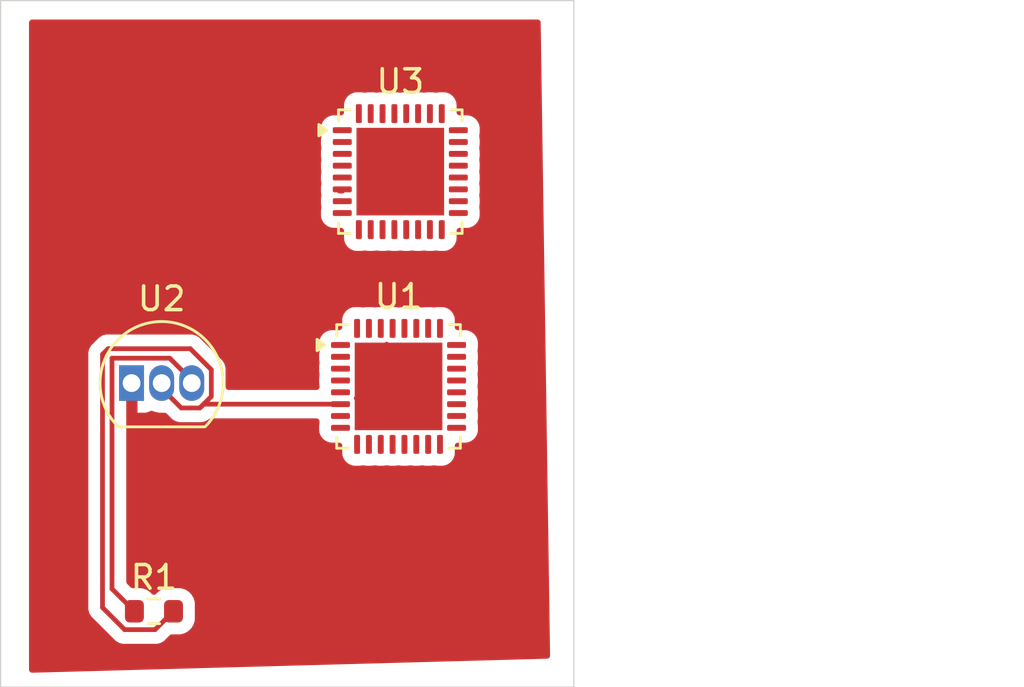
<source format=kicad_pcb>
(kicad_pcb (version 20241229) (generator "pcbnew") (generator_version "9.0")
  (layers (0 "F.Cu" signal) (2 "B.Cu" signal) (13 "F.Paste" user) (15 "B.Paste" user) (5 "F.SilkS" user "F.Silkscreen") (7 "B.SilkS" user "B.Silkscreen") (1 "F.Mask" user) (3 "B.Mask" user) (25 "Edge.Cuts" user))
  (net 0 "")
  (net 16 "Net-(U1-GPIO2)")
  (net 29 "GND")
  (net 34 "+3V3")
  (net 43 "Net-(U3-GPIO8)")
  (net 44 "Net-(U3-GPIO3)")
  (net 46 "Net-(U3-GPIO19)")
  (net 51 "Net-(U3-GPIO9)")
  (net 58 "Net-(U3-GPIO10)")
  (net 62 "Net-(U3-GPIO2)")
  (footprint "Resistor_SMD:R_0603_1608Metric" (layer "F.Cu") (at 71.675 76)
    (property "Reference" "R1" (at 0 -1.43 0) (layer "F.SilkS"))
    (property "Value" "R")
    (fp_line (start -0.237258 -0.5225) (end 0.237258 -0.5225) (stroke (width 0.12)) (layer "F.SilkS"))
    (fp_line (start -0.237258 0.5225) (end 0.237258 0.5225) (stroke (width 0.12)) (layer "F.SilkS"))
    (pad "1" smd roundrect (at -0.825 0) (size 0.8 0.95) (layers "F.Cu" "F.Mask" "F.Paste") (net 34 "+3V3"))
    (pad "2" smd roundrect (at 0.825 0) (size 0.8 0.95) (layers "F.Cu" "F.Mask" "F.Paste") (net 16 "Net-(U1-GPIO2)"))
  )
  (footprint "Package_DFN_QFN:QFN-32-1EP_5x5mm_P0.5mm_EP3.7x3.7mm" (layer "F.Cu") (at 82.075 57.425)
    (property "Reference" "U3" (at 0 -3.8 0) (layer "F.SilkS"))
    (property "Value" "Seeed Studio XIAO ESP32-C3 (logical representation)")
    (fp_line (start -2.61 -2.61) (end -2.135 -2.61) (stroke (width 0.12)) (layer "F.SilkS"))
    (fp_line (start -2.61 -2.135) (end -2.61 -2.61) (stroke (width 0.12)) (layer "F.SilkS"))
    (fp_line (start -2.61 2.61) (end -2.61 2.135) (stroke (width 0.12)) (layer "F.SilkS"))
    (fp_line (start -2.135 2.61) (end -2.61 2.61) (stroke (width 0.12)) (layer "F.SilkS"))
    (fp_line (start 2.135 -2.61) (end 2.61 -2.61) (stroke (width 0.12)) (layer "F.SilkS"))
    (fp_line (start 2.61 -2.61) (end 2.61 -2.135) (stroke (width 0.12)) (layer "F.SilkS"))
    (fp_line (start 2.61 2.135) (end 2.61 2.61) (stroke (width 0.12)) (layer "F.SilkS"))
    (fp_line (start 2.61 2.61) (end 2.135 2.61) (stroke (width 0.12)) (layer "F.SilkS"))
    (fp_poly (pts (xy -3.11 -1.75) (xy -3.44 -1.51) (xy -3.44 -1.99)) (stroke (width 0.12)) (fill yes) (layer "F.SilkS"))
    (pad "1" smd roundrect (at -2.45 -1.75) (size 0.8 0.25) (layers "F.Cu" "F.Mask" "F.Paste"))
    (pad "2" smd roundrect (at -2.45 -1.25) (size 0.8 0.25) (layers "F.Cu" "F.Mask" "F.Paste") (net 34 "+3V3"))
    (pad "3" smd roundrect (at -2.45 -0.75) (size 0.8 0.25) (layers "F.Cu" "F.Mask" "F.Paste") (net 34 "+3V3"))
    (pad "4" smd roundrect (at -2.45 -0.25) (size 0.8 0.25) (layers "F.Cu" "F.Mask" "F.Paste"))
    (pad "5" smd roundrect (at -2.45 0.25) (size 0.8 0.25) (layers "F.Cu" "F.Mask" "F.Paste"))
    (pad "6" smd roundrect (at -2.45 0.75) (size 0.8 0.25) (layers "F.Cu" "F.Mask" "F.Paste") (net 62 "Net-(U3-GPIO2)"))
    (pad "7" smd roundrect (at -2.45 1.25) (size 0.8 0.25) (layers "F.Cu" "F.Mask" "F.Paste"))
    (pad "8" smd roundrect (at -2.45 1.75) (size 0.8 0.25) (layers "F.Cu" "F.Mask" "F.Paste") (net 44 "Net-(U3-GPIO3)"))
    (pad "9" smd roundrect (at -1.75 2.45) (size 0.25 0.8) (layers "F.Cu" "F.Mask" "F.Paste"))
    (pad "10" smd roundrect (at -1.25 2.45) (size 0.25 0.8) (layers "F.Cu" "F.Mask" "F.Paste"))
    (pad "11" smd roundrect (at -0.75 2.45) (size 0.25 0.8) (layers "F.Cu" "F.Mask" "F.Paste"))
    (pad "12" smd roundrect (at -0.25 2.45) (size 0.25 0.8) (layers "F.Cu" "F.Mask" "F.Paste"))
    (pad "13" smd roundrect (at 0.25 2.45) (size 0.25 0.8) (layers "F.Cu" "F.Mask" "F.Paste"))
    (pad "14" smd roundrect (at 0.75 2.45) (size 0.25 0.8) (layers "F.Cu" "F.Mask" "F.Paste") (net 43 "Net-(U3-GPIO8)"))
    (pad "15" smd roundrect (at 1.25 2.45) (size 0.25 0.8) (layers "F.Cu" "F.Mask" "F.Paste") (net 51 "Net-(U3-GPIO9)"))
    (pad "16" smd roundrect (at 1.75 2.45) (size 0.25 0.8) (layers "F.Cu" "F.Mask" "F.Paste") (net 58 "Net-(U3-GPIO10)"))
    (pad "17" smd roundrect (at 2.45 1.75) (size 0.8 0.25) (layers "F.Cu" "F.Mask" "F.Paste"))
    (pad "18" smd roundrect (at 2.45 1.25) (size 0.8 0.25) (layers "F.Cu" "F.Mask" "F.Paste"))
    (pad "19" smd roundrect (at 2.45 0.75) (size 0.8 0.25) (layers "F.Cu" "F.Mask" "F.Paste"))
    (pad "20" smd roundrect (at 2.45 0.25) (size 0.8 0.25) (layers "F.Cu" "F.Mask" "F.Paste"))
    (pad "21" smd roundrect (at 2.45 -0.25) (size 0.8 0.25) (layers "F.Cu" "F.Mask" "F.Paste"))
    (pad "22" smd roundrect (at 2.45 -0.75) (size 0.8 0.25) (layers "F.Cu" "F.Mask" "F.Paste"))
    (pad "23" smd roundrect (at 2.45 -1.25) (size 0.8 0.25) (layers "F.Cu" "F.Mask" "F.Paste"))
    (pad "24" smd roundrect (at 2.45 -1.75) (size 0.8 0.25) (layers "F.Cu" "F.Mask" "F.Paste"))
    (pad "25" smd roundrect (at 1.75 -2.45) (size 0.25 0.8) (layers "F.Cu" "F.Mask" "F.Paste"))
    (pad "26" smd roundrect (at 1.25 -2.45) (size 0.25 0.8) (layers "F.Cu" "F.Mask" "F.Paste") (net 46 "Net-(U3-GPIO19)"))
    (pad "27" smd roundrect (at 0.75 -2.45) (size 0.25 0.8) (layers "F.Cu" "F.Mask" "F.Paste"))
    (pad "28" smd roundrect (at 0.25 -2.45) (size 0.25 0.8) (layers "F.Cu" "F.Mask" "F.Paste"))
    (pad "29" smd roundrect (at -0.25 -2.45) (size 0.25 0.8) (layers "F.Cu" "F.Mask" "F.Paste"))
    (pad "30" smd roundrect (at -0.75 -2.45) (size 0.25 0.8) (layers "F.Cu" "F.Mask" "F.Paste"))
    (pad "31" smd roundrect (at -1.25 -2.45) (size 0.25 0.8) (layers "F.Cu" "F.Mask" "F.Paste"))
    (pad "32" smd roundrect (at -1.75 -2.45) (size 0.25 0.8) (layers "F.Cu" "F.Mask" "F.Paste"))
    (pad "33" smd rect (at 0 0) (size 3.7 3.7) (property pad_prop_heatsink) (layers "F.Cu" "F.Mask") (net 29 "GND"))
  )
  (footprint "Package_DFN_QFN:QFN-32-1EP_5x5mm_P0.5mm_EP3.7x3.7mm" (layer "F.Cu") (at 82 66.5)
    (property "Reference" "U1" (at 0 -3.8 0) (layer "F.SilkS"))
    (property "Value" "ESP32-C3")
    (fp_line (start -2.61 -2.61) (end -2.135 -2.61) (stroke (width 0.12)) (layer "F.SilkS"))
    (fp_line (start -2.61 -2.135) (end -2.61 -2.61) (stroke (width 0.12)) (layer "F.SilkS"))
    (fp_line (start -2.61 2.61) (end -2.61 2.135) (stroke (width 0.12)) (layer "F.SilkS"))
    (fp_line (start -2.135 2.61) (end -2.61 2.61) (stroke (width 0.12)) (layer "F.SilkS"))
    (fp_line (start 2.135 -2.61) (end 2.61 -2.61) (stroke (width 0.12)) (layer "F.SilkS"))
    (fp_line (start 2.61 -2.61) (end 2.61 -2.135) (stroke (width 0.12)) (layer "F.SilkS"))
    (fp_line (start 2.61 2.135) (end 2.61 2.61) (stroke (width 0.12)) (layer "F.SilkS"))
    (fp_line (start 2.61 2.61) (end 2.135 2.61) (stroke (width 0.12)) (layer "F.SilkS"))
    (fp_poly (pts (xy -3.11 -1.75) (xy -3.44 -1.51) (xy -3.44 -1.99)) (stroke (width 0.12)) (fill yes) (layer "F.SilkS"))
    (pad "1" smd roundrect (at -2.45 -1.75) (size 0.8 0.25) (layers "F.Cu" "F.Mask" "F.Paste"))
    (pad "2" smd roundrect (at -2.45 -1.25) (size 0.8 0.25) (layers "F.Cu" "F.Mask" "F.Paste"))
    (pad "3" smd roundrect (at -2.45 -0.75) (size 0.8 0.25) (layers "F.Cu" "F.Mask" "F.Paste"))
    (pad "4" smd roundrect (at -2.45 -0.25) (size 0.8 0.25) (layers "F.Cu" "F.Mask" "F.Paste"))
    (pad "5" smd roundrect (at -2.45 0.25) (size 0.8 0.25) (layers "F.Cu" "F.Mask" "F.Paste"))
    (pad "6" smd roundrect (at -2.45 0.75) (size 0.8 0.25) (layers "F.Cu" "F.Mask" "F.Paste") (net 16 "Net-(U1-GPIO2)"))
    (pad "7" smd roundrect (at -2.45 1.25) (size 0.8 0.25) (layers "F.Cu" "F.Mask" "F.Paste"))
    (pad "8" smd roundrect (at -2.45 1.75) (size 0.8 0.25) (layers "F.Cu" "F.Mask" "F.Paste"))
    (pad "9" smd roundrect (at -1.75 2.45) (size 0.25 0.8) (layers "F.Cu" "F.Mask" "F.Paste"))
    (pad "10" smd roundrect (at -1.25 2.45) (size 0.25 0.8) (layers "F.Cu" "F.Mask" "F.Paste"))
    (pad "11" smd roundrect (at -0.75 2.45) (size 0.25 0.8) (layers "F.Cu" "F.Mask" "F.Paste"))
    (pad "12" smd roundrect (at -0.25 2.45) (size 0.25 0.8) (layers "F.Cu" "F.Mask" "F.Paste"))
    (pad "13" smd roundrect (at 0.25 2.45) (size 0.25 0.8) (layers "F.Cu" "F.Mask" "F.Paste"))
    (pad "14" smd roundrect (at 0.75 2.45) (size 0.25 0.8) (layers "F.Cu" "F.Mask" "F.Paste"))
    (pad "15" smd roundrect (at 1.25 2.45) (size 0.25 0.8) (layers "F.Cu" "F.Mask" "F.Paste"))
    (pad "16" smd roundrect (at 1.75 2.45) (size 0.25 0.8) (layers "F.Cu" "F.Mask" "F.Paste"))
    (pad "17" smd roundrect (at 2.45 1.75) (size 0.8 0.25) (layers "F.Cu" "F.Mask" "F.Paste"))
    (pad "18" smd roundrect (at 2.45 1.25) (size 0.8 0.25) (layers "F.Cu" "F.Mask" "F.Paste"))
    (pad "19" smd roundrect (at 2.45 0.75) (size 0.8 0.25) (layers "F.Cu" "F.Mask" "F.Paste"))
    (pad "20" smd roundrect (at 2.45 0.25) (size 0.8 0.25) (layers "F.Cu" "F.Mask" "F.Paste"))
    (pad "21" smd roundrect (at 2.45 -0.25) (size 0.8 0.25) (layers "F.Cu" "F.Mask" "F.Paste"))
    (pad "22" smd roundrect (at 2.45 -0.75) (size 0.8 0.25) (layers "F.Cu" "F.Mask" "F.Paste"))
    (pad "23" smd roundrect (at 2.45 -1.25) (size 0.8 0.25) (layers "F.Cu" "F.Mask" "F.Paste"))
    (pad "24" smd roundrect (at 2.45 -1.75) (size 0.8 0.25) (layers "F.Cu" "F.Mask" "F.Paste"))
    (pad "25" smd roundrect (at 1.75 -2.45) (size 0.25 0.8) (layers "F.Cu" "F.Mask" "F.Paste"))
    (pad "26" smd roundrect (at 1.25 -2.45) (size 0.25 0.8) (layers "F.Cu" "F.Mask" "F.Paste"))
    (pad "27" smd roundrect (at 0.75 -2.45) (size 0.25 0.8) (layers "F.Cu" "F.Mask" "F.Paste"))
    (pad "28" smd roundrect (at 0.25 -2.45) (size 0.25 0.8) (layers "F.Cu" "F.Mask" "F.Paste"))
    (pad "29" smd roundrect (at -0.25 -2.45) (size 0.25 0.8) (layers "F.Cu" "F.Mask" "F.Paste"))
    (pad "30" smd roundrect (at -0.75 -2.45) (size 0.25 0.8) (layers "F.Cu" "F.Mask" "F.Paste"))
    (pad "31" smd roundrect (at -1.25 -2.45) (size 0.25 0.8) (layers "F.Cu" "F.Mask" "F.Paste"))
    (pad "32" smd roundrect (at -1.75 -2.45) (size 0.25 0.8) (layers "F.Cu" "F.Mask" "F.Paste"))
    (pad "33" smd rect (at 0 0) (size 3.7 3.7) (property pad_prop_heatsink) (layers "F.Cu" "F.Mask") (net 29 "GND"))
  )
  (footprint "Package_TO_SOT_THT:TO-92_Inline" (layer "F.Cu") (at 70.73 66.36)
    (property "Reference" "U2" (at 1.27 -3.56 0) (layer "F.SilkS"))
    (property "Value" "DS18B20")
    (fp_line (start -0.53 1.85) (end 3.07 1.85) (stroke (width 0.12)) (layer "F.SilkS"))
    (fp_arc (start -0.568478 1.838478) (mid -1.132087 -0.994977) (end 1.27 -2.6) (stroke (width 0.12)) (layer "F.SilkS"))
    (fp_arc (start 1.27 -2.6) (mid 3.672087 -0.994977) (end 3.108478 1.838478) (stroke (width 0.12)) (layer "F.SilkS"))
    (pad "1" thru_hole rect (at 0 0) (size 1.05 1.5) (drill 0.75) (layers "*.Cu" "*.Mask") (net 29 "GND"))
    (pad "2" thru_hole oval (at 1.27 0) (size 1.05 1.5) (drill 0.75) (layers "*.Cu" "*.Mask") (net 16 "Net-(U1-GPIO2)"))
    (pad "3" thru_hole oval (at 2.54 0) (size 1.05 1.5) (drill 0.75) (layers "*.Cu" "*.Mask") (net 34 "+3V3"))
  )
  (gr_rect (start 65.2 50.2) (end 89.4 79.2) (stroke (width 0.05)) (fill no) (layer "Edge.Cuts"))
  (segment (start 74.096 66.92714) (end 73.61214 67.411) (width 0.2) (layer "F.Cu") (net 16))
  (segment (start 72.826 67.411) (end 72 66.585) (width 0.2) (layer "F.Cu") (net 16))
  (segment (start 74.096 65.79286) (end 74.096 66.92714) (width 0.2) (layer "F.Cu") (net 16))
  (segment (start 69.503 65.1429) (end 69.7379 64.908) (width 0.2) (layer "F.Cu") (net 16))
  (segment (start 69.503 75.842064) (end 69.503 65.1429) (width 0.2) (layer "F.Cu") (net 16))
  (segment (start 73.77314 67.25) (end 79.55 67.25) (width 0.2) (layer "F.Cu") (net 16))
  (segment (start 71.724 76.776) (end 70.436936 76.776) (width 0.2) (layer "F.Cu") (net 16))
  (segment (start 69.7379 64.908) (end 73.21114 64.908) (width 0.2) (layer "F.Cu") (net 16))
  (segment (start 72 66.585) (end 72 66.36) (width 0.2) (layer "F.Cu") (net 16))
  (segment (start 70.436936 76.776) (end 69.503 75.842064) (width 0.2) (layer "F.Cu") (net 16))
  (segment (start 73.61214 67.411) (end 72.826 67.411) (width 0.2) (layer "F.Cu") (net 16))
  (segment (start 72.5 76) (end 71.724 76.776) (width 0.2) (layer "F.Cu") (net 16))
  (segment (start 73.61214 67.411) (end 73.77314 67.25) (width 0.2) (layer "F.Cu") (net 16))
  (segment (start 73.21114 64.908) (end 74.096 65.79286) (width 0.2) (layer "F.Cu") (net 16))
  (segment (start 70.73 66.36) (end 70.73 66.82) (width 0.2) (layer "F.Cu") (net 29))
  (segment (start 82 65.215798) (end 81.5 64.715798) (width 0.2) (layer "F.Cu") (net 29))
  (segment (start 82 66.5) (end 80.715798 66.5) (width 0.2) (layer "F.Cu") (net 29))
  (segment (start 80.715798 66.5) (end 80.215798 67) (width 0.2) (layer "F.Cu") (net 29))
  (segment (start 82 66.5) (end 82 65.215798) (width 0.2) (layer "F.Cu") (net 29))
  (segment (start 70.73 66.36) (end 70.73 66.585) (width 0.2) (layer "F.Cu") (net 29))
  (segment (start 73.27 66.23686) (end 73.27 66.36) (width 0.2) (layer "F.Cu") (net 34))
  (segment (start 69.904 75.054) (end 69.904 65.309) (width 0.2) (layer "F.Cu") (net 34))
  (segment (start 69.904 65.309) (end 72.34214 65.309) (width 0.2) (layer "F.Cu") (net 34))
  (segment (start 70.85 76) (end 69.904 75.054) (width 0.2) (layer "F.Cu") (net 34))
  (segment (start 72.34214 65.309) (end 73.27 66.23686) (width 0.2) (layer "F.Cu") (net 34))
  (segment (start 79.625 58.249) (end 79.5 58.249) (width 0.2) (layer "F.Cu") (net 62))
  (segment (start 79.625 58.175) (end 79.625 58.249) (width 0.2) (layer "F.Cu") (net 62))
  (zone (net 29) (net_name "GND") (layer "F.Cu") (connect_pads (clearance 0.5)) (min_thickness 0.25) (fill yes (thermal_gap 0.5) (thermal_bridge_width 0.5))
    (polygon (pts (xy 88.4 78) (xy 66.4 78.6) (xy 66.4 51) (xy 88 51)))
  )
)
</source>
